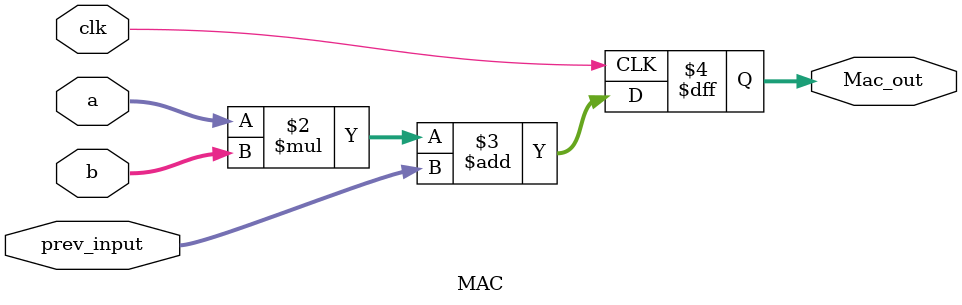
<source format=v>
module MAC(
    input clk,
    input signed [31:0] a,
    input signed [31:0] b,
    input signed [63:0] prev_input,
    output reg signed [63:0] Mac_out
);
    always @(posedge clk) begin
        Mac_out <= (a * b) + prev_input;
    end
endmodule

</source>
